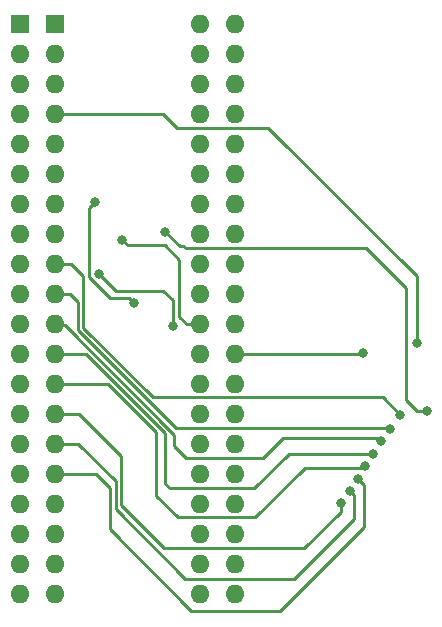
<source format=gbr>
%TF.GenerationSoftware,KiCad,Pcbnew,(5.1.10)-1*%
%TF.CreationDate,2021-09-20T13:18:37+02:00*%
%TF.ProjectId,SensibleRAM,53656e73-6962-46c6-9552-414d2e6b6963,rev?*%
%TF.SameCoordinates,Original*%
%TF.FileFunction,Copper,L2,Bot*%
%TF.FilePolarity,Positive*%
%FSLAX46Y46*%
G04 Gerber Fmt 4.6, Leading zero omitted, Abs format (unit mm)*
G04 Created by KiCad (PCBNEW (5.1.10)-1) date 2021-09-20 13:18:37*
%MOMM*%
%LPD*%
G01*
G04 APERTURE LIST*
%TA.AperFunction,ComponentPad*%
%ADD10O,1.600000X1.600000*%
%TD*%
%TA.AperFunction,ComponentPad*%
%ADD11R,1.600000X1.600000*%
%TD*%
%TA.AperFunction,ViaPad*%
%ADD12C,0.800000*%
%TD*%
%TA.AperFunction,Conductor*%
%ADD13C,0.250000*%
%TD*%
G04 APERTURE END LIST*
D10*
%TO.P,U1,40*%
%TO.N,VCC*%
X148240000Y-83000000D03*
%TO.P,U1,20*%
%TO.N,GND*%
X133000000Y-131260000D03*
%TO.P,U1,39*%
%TO.N,/P1*%
X148240000Y-85540000D03*
%TO.P,U1,19*%
%TO.N,/Aud*%
X133000000Y-128720000D03*
%TO.P,U1,38*%
%TO.N,/P2*%
X148240000Y-88080000D03*
%TO.P,U1,18*%
%TO.N,/PotY*%
X133000000Y-126180000D03*
%TO.P,U1,37*%
%TO.N,/LPen*%
X148240000Y-90620000D03*
%TO.P,U1,17*%
%TO.N,/PotX*%
X133000000Y-123640000D03*
%TO.P,U1,36*%
%TO.N,/PP2*%
X148240000Y-93160000D03*
%TO.P,U1,16*%
%TO.N,/D0*%
X133000000Y-121100000D03*
%TO.P,U1,35*%
%TO.N,/PP1*%
X148240000Y-95700000D03*
%TO.P,U1,15*%
%TO.N,/D1*%
X133000000Y-118560000D03*
%TO.P,U1,34*%
%TO.N,/A13*%
X148240000Y-98240000D03*
%TO.P,U1,14*%
%TO.N,/D2*%
X133000000Y-116020000D03*
%TO.P,U1,33*%
%TO.N,/A12*%
X148240000Y-100780000D03*
%TO.P,U1,13*%
%TO.N,/D3*%
X133000000Y-113480000D03*
%TO.P,U1,32*%
%TO.N,/A11*%
X148240000Y-103320000D03*
%TO.P,U1,12*%
%TO.N,/D4*%
X133000000Y-110940000D03*
%TO.P,U1,31*%
%TO.N,/A10*%
X148240000Y-105860000D03*
%TO.P,U1,11*%
%TO.N,/D5*%
X133000000Y-108400000D03*
%TO.P,U1,30*%
%TO.N,/A9*%
X148240000Y-108400000D03*
%TO.P,U1,10*%
%TO.N,/D6*%
X133000000Y-105860000D03*
%TO.P,U1,29*%
%TO.N,/A8*%
X148240000Y-110940000D03*
%TO.P,U1,9*%
%TO.N,/D7*%
X133000000Y-103320000D03*
%TO.P,U1,28*%
%TO.N,/A7*%
X148240000Y-113480000D03*
%TO.P,U1,8*%
%TO.N,/VD8*%
X133000000Y-100780000D03*
%TO.P,U1,27*%
%TO.N,/A6*%
X148240000Y-116020000D03*
%TO.P,U1,7*%
%TO.N,/VD9*%
X133000000Y-98240000D03*
%TO.P,U1,26*%
%TO.N,/A5*%
X148240000Y-118560000D03*
%TO.P,U1,6*%
%TO.N,/VD10*%
X133000000Y-95700000D03*
%TO.P,U1,25*%
%TO.N,/A4*%
X148240000Y-121100000D03*
%TO.P,U1,5*%
%TO.N,/VD11*%
X133000000Y-93160000D03*
%TO.P,U1,24*%
%TO.N,/A3*%
X148240000Y-123640000D03*
%TO.P,U1,4*%
%TO.N,/R~W*%
X133000000Y-90620000D03*
%TO.P,U1,23*%
%TO.N,/A2*%
X148240000Y-126180000D03*
%TO.P,U1,3*%
%TO.N,/LMS*%
X133000000Y-88080000D03*
%TO.P,U1,22*%
%TO.N,/A1*%
X148240000Y-128720000D03*
%TO.P,U1,2*%
%TO.N,/Chrm*%
X133000000Y-85540000D03*
%TO.P,U1,21*%
%TO.N,/A0*%
X148240000Y-131260000D03*
D11*
%TO.P,U1,1*%
%TO.N,N/C*%
X133000000Y-83000000D03*
%TD*%
%TO.P,U2,1*%
%TO.N,N/C*%
X136000000Y-83000000D03*
D10*
%TO.P,U2,21*%
%TO.N,/A0*%
X151240000Y-131260000D03*
%TO.P,U2,2*%
%TO.N,/Chrm*%
X136000000Y-85540000D03*
%TO.P,U2,22*%
%TO.N,/A1*%
X151240000Y-128720000D03*
%TO.P,U2,3*%
%TO.N,/LMS*%
X136000000Y-88080000D03*
%TO.P,U2,23*%
%TO.N,/A2*%
X151240000Y-126180000D03*
%TO.P,U2,4*%
%TO.N,/R~W*%
X136000000Y-90620000D03*
%TO.P,U2,24*%
%TO.N,/A3*%
X151240000Y-123640000D03*
%TO.P,U2,5*%
%TO.N,/VD11*%
X136000000Y-93160000D03*
%TO.P,U2,25*%
%TO.N,/A4*%
X151240000Y-121100000D03*
%TO.P,U2,6*%
%TO.N,/VD10*%
X136000000Y-95700000D03*
%TO.P,U2,26*%
%TO.N,/A5*%
X151240000Y-118560000D03*
%TO.P,U2,7*%
%TO.N,/VD9*%
X136000000Y-98240000D03*
%TO.P,U2,27*%
%TO.N,/A6*%
X151240000Y-116020000D03*
%TO.P,U2,8*%
%TO.N,/VD8*%
X136000000Y-100780000D03*
%TO.P,U2,28*%
%TO.N,/A7*%
X151240000Y-113480000D03*
%TO.P,U2,9*%
%TO.N,/D7*%
X136000000Y-103320000D03*
%TO.P,U2,29*%
%TO.N,/A8*%
X151240000Y-110940000D03*
%TO.P,U2,10*%
%TO.N,/D6*%
X136000000Y-105860000D03*
%TO.P,U2,30*%
%TO.N,/A9*%
X151240000Y-108400000D03*
%TO.P,U2,11*%
%TO.N,/D5*%
X136000000Y-108400000D03*
%TO.P,U2,31*%
%TO.N,/A10*%
X151240000Y-105860000D03*
%TO.P,U2,12*%
%TO.N,/D4*%
X136000000Y-110940000D03*
%TO.P,U2,32*%
%TO.N,/A11*%
X151240000Y-103320000D03*
%TO.P,U2,13*%
%TO.N,/D3*%
X136000000Y-113480000D03*
%TO.P,U2,33*%
%TO.N,/A12*%
X151240000Y-100780000D03*
%TO.P,U2,14*%
%TO.N,/D2*%
X136000000Y-116020000D03*
%TO.P,U2,34*%
%TO.N,/A13*%
X151240000Y-98240000D03*
%TO.P,U2,15*%
%TO.N,/D1*%
X136000000Y-118560000D03*
%TO.P,U2,35*%
%TO.N,/PP1*%
X151240000Y-95700000D03*
%TO.P,U2,16*%
%TO.N,/D0*%
X136000000Y-121100000D03*
%TO.P,U2,36*%
%TO.N,/PP2*%
X151240000Y-93160000D03*
%TO.P,U2,17*%
%TO.N,/PotX*%
X136000000Y-123640000D03*
%TO.P,U2,37*%
%TO.N,/LPen*%
X151240000Y-90620000D03*
%TO.P,U2,18*%
%TO.N,/PotY*%
X136000000Y-126180000D03*
%TO.P,U2,38*%
%TO.N,/P2*%
X151240000Y-88080000D03*
%TO.P,U2,19*%
%TO.N,/Aud*%
X136000000Y-128720000D03*
%TO.P,U2,39*%
%TO.N,/P1*%
X151240000Y-85540000D03*
%TO.P,U2,20*%
%TO.N,GND*%
X136000000Y-131260000D03*
%TO.P,U2,40*%
%TO.N,VCC*%
X151240000Y-83000000D03*
%TD*%
D12*
%TO.N,/D0*%
X161640000Y-121550000D03*
%TO.N,/D1*%
X160970000Y-122570000D03*
%TO.N,/D2*%
X160150000Y-123570000D03*
%TO.N,/D3*%
X162240000Y-120450000D03*
%TO.N,/D4*%
X162920000Y-119420000D03*
%TO.N,/A10*%
X139670000Y-104150000D03*
X145970000Y-108620000D03*
%TO.N,/D5*%
X163530000Y-118310000D03*
%TO.N,/A9*%
X141650000Y-101280000D03*
%TO.N,/D6*%
X164310000Y-117280000D03*
%TO.N,/A8*%
X162010000Y-110900000D03*
%TO.N,/D7*%
X165210000Y-116110000D03*
%TO.N,/R~W*%
X166590000Y-110050000D03*
%TO.N,Net-(U3-Pad4)*%
X142650000Y-106680000D03*
X139340000Y-98110000D03*
%TO.N,MSel*%
X145320000Y-100660000D03*
X167420000Y-115810000D03*
%TD*%
D13*
%TO.N,/D0*%
X139430000Y-121100000D02*
X136000000Y-121100000D01*
X140600000Y-122270000D02*
X139430000Y-121100000D01*
X140600000Y-125790000D02*
X140600000Y-122270000D01*
X155040000Y-132680000D02*
X147490000Y-132680000D01*
X147490000Y-132680000D02*
X140600000Y-125790000D01*
X162100000Y-125620000D02*
X155040000Y-132680000D01*
X162100000Y-122010000D02*
X162100000Y-125620000D01*
X161640000Y-121550000D02*
X162100000Y-122010000D01*
%TO.N,/D1*%
X137950000Y-118560000D02*
X136000000Y-118560000D01*
X141090000Y-124080000D02*
X141090000Y-121700000D01*
X147010000Y-130000000D02*
X141090000Y-124080000D01*
X156230000Y-130000000D02*
X147010000Y-130000000D01*
X161280000Y-122880000D02*
X161280000Y-124950000D01*
X161280000Y-124950000D02*
X156230000Y-130000000D01*
X160970000Y-122570000D02*
X161280000Y-122880000D01*
X141090000Y-121700000D02*
X137950000Y-118560000D01*
%TO.N,/D2*%
X137960000Y-116020000D02*
X136000000Y-116020000D01*
X141540000Y-119600000D02*
X137960000Y-116020000D01*
X145180000Y-127420000D02*
X141540000Y-123780000D01*
X157030000Y-127420000D02*
X145180000Y-127420000D01*
X141540000Y-123780000D02*
X141540000Y-119600000D01*
X160150000Y-124300000D02*
X157030000Y-127420000D01*
X160150000Y-123570000D02*
X160150000Y-124300000D01*
%TO.N,/D3*%
X146340000Y-124790000D02*
X144520000Y-122970000D01*
X157100000Y-120580000D02*
X152890000Y-124790000D01*
X162110000Y-120580000D02*
X157100000Y-120580000D01*
X140430000Y-113480000D02*
X136000000Y-113480000D01*
X162240000Y-120450000D02*
X162110000Y-120580000D01*
X144520000Y-117570000D02*
X140430000Y-113480000D01*
X144520000Y-122970000D02*
X144520000Y-117570000D01*
X152890000Y-124790000D02*
X146340000Y-124790000D01*
%TO.N,/D4*%
X138560000Y-110940000D02*
X136000000Y-110940000D01*
X145270000Y-117650000D02*
X138560000Y-110940000D01*
X145270000Y-121930000D02*
X145270000Y-117650000D01*
X145680000Y-122340000D02*
X145270000Y-121930000D01*
X152830000Y-122340000D02*
X145680000Y-122340000D01*
X155750000Y-119420000D02*
X152830000Y-122340000D01*
X162920000Y-119420000D02*
X155750000Y-119420000D01*
%TO.N,/A10*%
X139670000Y-104150000D02*
X141120000Y-105600000D01*
X141120000Y-105600000D02*
X145150000Y-105600000D01*
X145970000Y-106420000D02*
X145970000Y-108620000D01*
X145150000Y-105600000D02*
X145970000Y-106420000D01*
%TO.N,/D5*%
X146080000Y-117800000D02*
X136770000Y-108490000D01*
X146080000Y-118780000D02*
X146080000Y-117800000D01*
X136770000Y-108490000D02*
X136090000Y-108490000D01*
X147050000Y-119750000D02*
X146080000Y-118780000D01*
X153610000Y-119750000D02*
X147050000Y-119750000D01*
X163270000Y-118050000D02*
X155310000Y-118050000D01*
X136090000Y-108490000D02*
X136000000Y-108400000D01*
X155310000Y-118050000D02*
X153610000Y-119750000D01*
X163530000Y-118310000D02*
X163270000Y-118050000D01*
%TO.N,/A9*%
X141650000Y-101280000D02*
X142130000Y-101760000D01*
X142130000Y-101760000D02*
X145290000Y-101760000D01*
X145290000Y-101760000D02*
X146490000Y-102960000D01*
X146490000Y-102960000D02*
X146490000Y-107790000D01*
X147100000Y-108400000D02*
X148240000Y-108400000D01*
X146490000Y-107790000D02*
X147100000Y-108400000D01*
%TO.N,/D6*%
X137890000Y-106550000D02*
X137200000Y-105860000D01*
X137200000Y-105860000D02*
X136000000Y-105860000D01*
X137890000Y-108910000D02*
X137890000Y-106550000D01*
X146180000Y-117200000D02*
X137890000Y-108910000D01*
X164230000Y-117200000D02*
X146180000Y-117200000D01*
X164310000Y-117280000D02*
X164230000Y-117200000D01*
%TO.N,/A8*%
X161970000Y-110940000D02*
X151240000Y-110940000D01*
X162010000Y-110900000D02*
X161970000Y-110940000D01*
%TO.N,/D7*%
X137310000Y-103320000D02*
X136000000Y-103320000D01*
X138350000Y-108730000D02*
X138350000Y-104360000D01*
X144230000Y-114610000D02*
X138350000Y-108730000D01*
X163710000Y-114610000D02*
X144230000Y-114610000D01*
X138350000Y-104360000D02*
X137310000Y-103320000D01*
X165210000Y-116110000D02*
X163710000Y-114610000D01*
%TO.N,/R~W*%
X136000000Y-90620000D02*
X145150000Y-90620000D01*
X145150000Y-90620000D02*
X146330000Y-91800000D01*
X146330000Y-91800000D02*
X154000000Y-91800000D01*
X166590000Y-104390000D02*
X166590000Y-110050000D01*
X154000000Y-91800000D02*
X166590000Y-104390000D01*
%TO.N,Net-(U3-Pad4)*%
X138850000Y-98600000D02*
X139340000Y-98110000D01*
X138850000Y-104420000D02*
X138850000Y-98600000D01*
X140660000Y-106230000D02*
X138850000Y-104420000D01*
X142200000Y-106230000D02*
X140660000Y-106230000D01*
X142650000Y-106680000D02*
X142200000Y-106230000D01*
%TO.N,MSel*%
X145320000Y-100660000D02*
X146510000Y-101850000D01*
X146510000Y-101850000D02*
X146870000Y-101850000D01*
X146870000Y-101850000D02*
X146990000Y-101970000D01*
X146990000Y-101970000D02*
X162270000Y-101970000D01*
X162270000Y-101970000D02*
X165660000Y-105360000D01*
X165660000Y-105360000D02*
X165660000Y-114880000D01*
X166590000Y-115810000D02*
X167420000Y-115810000D01*
X165660000Y-114880000D02*
X166590000Y-115810000D01*
%TD*%
M02*

</source>
